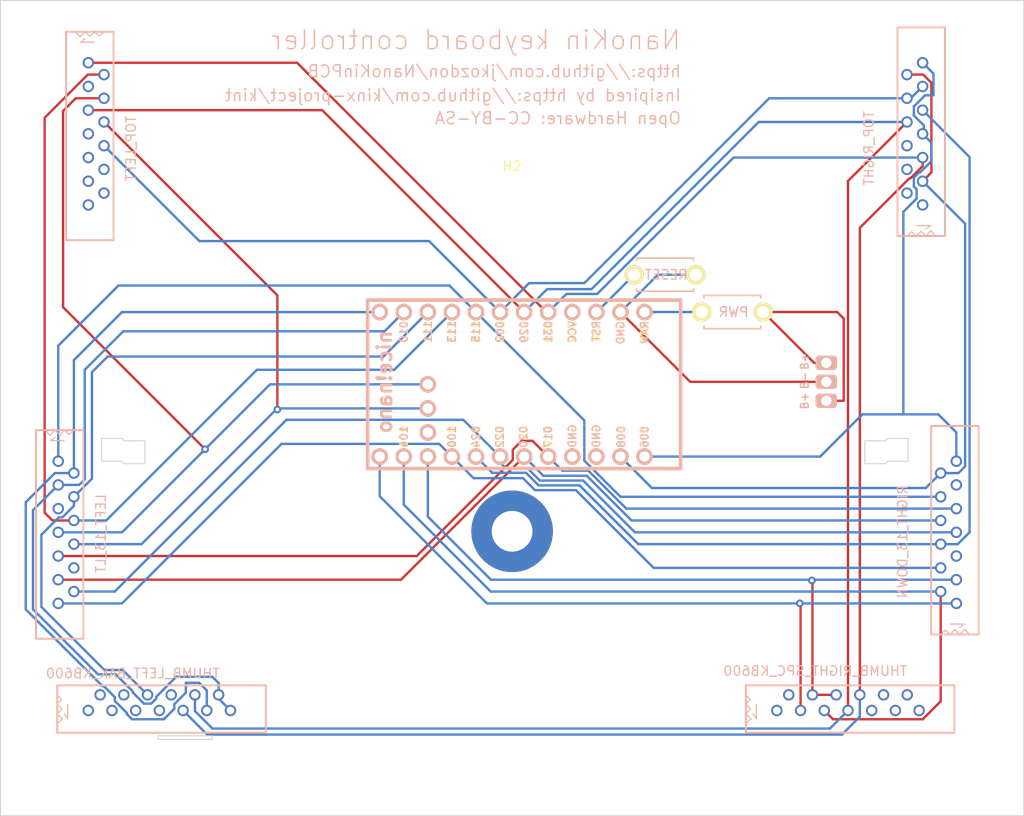
<source format=kicad_pcb>
(kicad_pcb (version 20211014) (generator pcbnew)
  (layers (0 "F.Cu" signal) (31 "B.Cu" power) (34 "B.Paste" user) (35 "F.Paste" user) (36 "B.SilkS" user "B.Silkscreen") (37 "F.SilkS" user "F.Silkscreen") (38 "B.Mask" user) (39 "F.Mask" user) (44 "Edge.Cuts" user))
  (net 0 "")
  (net 3 "/ROW_6")
  (net 4 "/ROW_7")
  (net 5 "/ROW_8")
  (net 6 "/ROW_9")
  (net 7 "/COL_6")
  (net 8 "/COL_5")
  (net 16 "/ROW_A")
  (net 17 "/ROW_B")
  (net 18 "/COL_7")
  (net 20 "/COL_4")
  (net 22 "/COL_3")
  (net 23 "/COL_2")
  (net 24 "/COL_1")
  (net 25 "/COL_0")
  (net 27 "/ROW_0")
  (net 30 "/ROW_5")
  (net 31 "/ROW_4")
  (net 32 "/ROW_3")
  (net 34 "/ROW_2")
  (net 35 "/ROW_1")
  (net 47 "GND")
  (net 48 "+3.3V")
  (net 55 "Net-(SW1-Pad2)")
  (net 57 "Net-(SW2-Pad1)")
  (footprint "kinx:ResetSW" (layer "F.Cu") (at 165.354 90.932)
    (fp_text reference "SW1" hide)
    (fp_text value "RESET" hide)
    (fp_text user "RESET" (at 0.127 0) (layer "B.SilkS") (effects (justify mirror)))
    (pad "1" thru_hole circle (at 3.25 0) (size 2 2) (drill 1.3) (layers *.Cu *.Mask "F.SilkS") (net 47 "GND"))
    (pad "2" thru_hole circle (at -3.25 0) (size 2 2) (drill 1.3) (layers *.Cu *.Mask "F.SilkS") (net 55 "Net-(SW1-Pad2)"))
  )
  (footprint "kinx:ResetSW" (layer "F.Cu") (at 172.466 94.869)
    (fp_text reference "SW2" hide)
    (fp_text value "PWR" hide)
    (fp_text user "PWR" (at 0.127 0) (layer "B.SilkS") (effects (justify mirror)))
    (pad "1" thru_hole circle (at 3.25 0) (size 2 2) (drill 1.3) (layers *.Cu *.Mask "F.SilkS") (net 57 "Net-(SW2-Pad1)"))
    (pad "2" thru_hole circle (at -3.25 0) (size 2 2) (drill 1.3) (layers *.Cu *.Mask "F.SilkS") (net 48 "+3.3V"))
  )
  (footprint "MountingHole:MountingHole_4.3mm_M4_Pad" (layer "F.Cu") (at 149.225 118.0036)
    (fp_text reference "H1" hide)
    (fp_text value "mounting pad" hide)
    (pad "1" thru_hole circle (at 0 0) (size 8.6 8.6) (drill 4.3) (layers *.Cu *.Mask) (net 47 "GND"))
  )
  (footprint "MountingHole:MountingHole_6mm" (layer "F.Cu") (at 149.225 86.487)
    (fp_text reference "H2" (at 0 -7) (layer "F.SilkS"))
    (fp_text value "mounting pad")
    (pad "" np_thru_hole circle (at 0 0) (size 6 6) (drill 6) (layers *.Cu *.Mask))
  )
  (footprint "kinx:bat" (layer "F.Cu") (at 182.372 102.235 90)
    (fp_text reference "J7" hide)
    (fp_text value "Conn_01x02" hide)
    (fp_text user "B+" (at 2.17 -2.286 90) (layer "B.SilkS") (effects (font (size 0.8 0.8))))
    (fp_text user "B-" (at 0.138 -2.286 90) (layer "B.SilkS") (effects (font (size 0.8 0.8))))
    (fp_text user "B+" (at -2 -2.286 90) (layer "B.SilkS") (effects (font (size 0.8 0.8))))
    (pad "1" thru_hole roundrect (at 2 0 90) (size 1.5 2.25) (drill 1.0922) (layers *.Cu *.SilkS *.Mask) (net 57 "Net-(SW2-Pad1)"))
    (pad "1" thru_hole roundrect (at -2 0 90) (size 1.5 2.25) (drill 1.0922) (layers *.Cu *.SilkS *.Mask) (net 57 "Net-(SW2-Pad1)"))
    (pad "2" thru_hole roundrect (at 0 0 90) (size 1.5 2.25) (drill 1.0922) (layers *.Cu *.SilkS *.Mask) (net 47 "GND"))
  )
  (footprint "kinx:39-53-2135" (layer "B.Cu") (at 184.658 136.906)
    (fp_text reference "J1" hide)
    (fp_text value "THUMB_RIGHT_SPC_KB600" (at 6.3206 -3.5814) (layer "B.SilkS") (effects (font (thickness 0.135128)) (justify left bottom mirror)))
    (pad "1" thru_hole circle (at -7.5 0) (size 1.2 1.2) (drill 0.8) (layers *.Cu *.Mask))
    (pad "2" thru_hole circle (at -6.25 -1.65) (size 1.2 1.2) (drill 0.8) (layers *.Cu *.Mask))
    (pad "3" thru_hole circle (at -5 0) (size 1.2 1.2) (drill 0.8) (layers *.Cu *.Mask) (net 3 "/ROW_6"))
    (pad "4" thru_hole circle (at -3.75 -1.65) (size 1.2 1.2) (drill 0.8) (layers *.Cu *.Mask) (net 4 "/ROW_7"))
    (pad "5" thru_hole circle (at -2.5 0) (size 1.2 1.2) (drill 0.8) (layers *.Cu *.Mask) (net 5 "/ROW_8"))
    (pad "6" thru_hole circle (at -1.25 -1.65) (size 1.2 1.2) (drill 0.8) (layers *.Cu *.Mask) (net 4 "/ROW_7"))
    (pad "7" thru_hole circle (at 0 0) (size 1.2 1.2) (drill 0.8) (layers *.Cu *.Mask) (net 7 "/COL_6"))
    (pad "8" thru_hole circle (at 1.25 -1.65) (size 1.2 1.2) (drill 0.8) (layers *.Cu *.Mask) (net 8 "/COL_5"))
    (pad "9" thru_hole circle (at 2.5 0) (size 1.2 1.2) (drill 0.8) (layers *.Cu *.Mask))
    (pad "10" thru_hole circle (at 3.75 -1.65) (size 1.2 1.2) (drill 0.8) (layers *.Cu *.Mask))
    (pad "11" thru_hole circle (at 5 0) (size 1.2 1.2) (drill 0.8) (layers *.Cu *.Mask))
    (pad "12" thru_hole circle (at 6.25 -1.65) (size 1.2 1.2) (drill 0.8) (layers *.Cu *.Mask))
    (pad "13" thru_hole circle (at 7.5 0) (size 1.2 1.2) (drill 0.8) (layers *.Cu *.Mask))
  )
  (footprint "Module:nice_nano" (layer "B.Cu") (at 149.225 102.5 180)
    (fp_text reference "U1" hide)
    (fp_text value "nice_nano" hide)
    (fp_text user "RST" (at -8.89 5.588 90) (layer "B.SilkS") (effects (font (size 0.8 0.8)) (justify mirror)))
    (fp_text user "nice!nano" (at 13.462 0.254 90) (layer "B.SilkS") (effects (font (size 1.5 1.5) (thickness 0.3)) (justify mirror)))
    (fp_text user "113" (at 6.35 5.537191 90) (layer "B.SilkS") (effects (font (size 0.8 0.8)) (justify mirror)))
    (fp_text user "031" (at -3.81 5.537191 90) (layer "B.SilkS") (effects (font (size 0.8 0.8)) (justify mirror)))
    (fp_text user "010" (at 11.43 5.537191 90) (layer "B.SilkS") (effects (font (size 0.8 0.8)) (justify mirror)))
    (fp_text user "100" (at 6.35 -5.53719 90) (layer "B.SilkS") (effects (font (size 0.8 0.8)) (justify mirror)))
    (fp_text user "024" (at 3.81 -5.53719 90) (layer "B.SilkS") (effects (font (size 0.8 0.8)) (justify mirror)))
    (fp_text user "GND" (at -11.43 5.454667 90) (layer "B.SilkS") (effects (font (size 0.8 0.8)) (justify mirror)))
    (fp_text user "GND" (at -8.89 -5.461 90) (layer "B.SilkS") (effects (font (size 0.8 0.8)) (justify mirror)))
    (fp_text user "GND" (at -6.35 -5.461 90) (layer "B.SilkS") (effects (font (size 0.8 0.8)) (justify mirror)))
    (fp_text user "022" (at 1.3 -5.53719 90) (layer "B.SilkS") (effects (font (size 0.8 0.8)) (justify mirror)))
    (fp_text user "002" (at 1.27 5.537191 90) (layer "B.SilkS") (effects (font (size 0.8 0.8)) (justify mirror)))
    (fp_text user "VCC" (at -6.35 5.537191 90) (layer "B.SilkS") (effects (font (size 0.8 0.8)) (justify mirror)))
    (fp_text user "029" (at -1.27 5.537191 90) (layer "B.SilkS") (effects (font (size 0.8 0.8)) (justify mirror)))
    (fp_text user "111" (at 8.89 5.537191 90) (layer "B.SilkS") (effects (font (size 0.8 0.8)) (justify mirror)))
    (fp_text user "115" (at 3.81 5.537191 90) (layer "B.SilkS") (effects (font (size 0.8 0.8)) (justify mirror)))
    (fp_text user "RAW" (at -13.97 5.473715 90) (layer "B.SilkS") (effects (font (size 0.8 0.8)) (justify mirror)))
    (fp_text user "020" (at -1.2 -5.53719 90) (layer "B.SilkS") (effects (font (size 0.8 0.8)) (justify mirror)))
    (fp_text user "006" (at -13.97 -5.53719 90) (layer "B.SilkS") (effects (font (size 0.8 0.8)) (justify mirror)))
    (fp_text user "008" (at -11.5 -5.53719 90) (layer "B.SilkS") (effects (font (size 0.8 0.8)) (justify mirror)))
    (fp_text user "017" (at -3.8 -5.53719 90) (layer "B.SilkS") (effects (font (size 0.8 0.8)) (justify mirror)))
    (fp_text user "104" (at 11.43 -5.53719 90) (layer "B.SilkS") (effects (font (size 0.8 0.8)) (justify mirror)))
    (fp_text user "113" (at 6.35 5.537191 90) (layer "F.SilkS") (effects (font (size 0.8 0.8))))
    (fp_text user "GND" (at -8.89 -5.461 90) (layer "F.SilkS") (effects (font (size 0.8 0.8))))
    (fp_text user "022" (at 1.3 -5.53719 90) (layer "F.SilkS") (effects (font (size 0.8 0.8))))
    (fp_text user "006" (at -13.97 -5.53719 90) (layer "F.SilkS") (effects (font (size 0.8 0.8))))
    (fp_text user "GND" (at -11.43 5.454667 90) (layer "F.SilkS") (effects (font (size 0.8 0.8))))
    (fp_text user "104" (at 11.43 -5.53719 90) (layer "F.SilkS") (effects (font (size 0.8 0.8))))
    (fp_text user "RST" (at -8.89 5.588 90) (layer "F.SilkS") (effects (font (size 0.8 0.8))))
    (fp_text user "100" (at 6.35 -5.53719 90) (layer "F.SilkS") (effects (font (size 0.8 0.8))))
    (fp_text user "024" (at 3.8 -5.53719 90) (layer "F.SilkS") (effects (font (size 0.8 0.8))))
    (fp_text user "VCC" (at -6.35 5.537191 90) (layer "F.SilkS") (effects (font (size 0.8 0.8))))
    (fp_text user "010" (at 11.43 5.537191 90) (layer "F.SilkS") (effects (font (size 0.8 0.8))))
    (fp_text user "RAW" (at -13.97 5.473715 90) (layer "F.SilkS") (effects (font (size 0.8 0.8))))
    (fp_text user "002" (at 1.27 5.537191 90) (layer "F.SilkS") (effects (font (size 0.8 0.8))))
    (fp_text user "029" (at -1.27 5.537191 90) (layer "F.SilkS") (effects (font (size 0.8 0.8))))
    (fp_text user "008" (at -11.5 -5.53719 90) (layer "F.SilkS") (effects (font (size 0.8 0.8))))
    (fp_text user "GND" (at -6.35 -5.461 90) (layer "F.SilkS") (effects (font (size 0.8 0.8))))
    (fp_text user "017" (at -3.81 -5.53719 90) (layer "F.SilkS") (effects (font (size 0.8 0.8))))
    (fp_text user "031" (at -3.81 5.537191 90) (layer "F.SilkS") (effects (font (size 0.8 0.8))))
    (fp_text user "111" (at 8.89 5.537191 90) (layer "F.SilkS") (effects (font (size 0.8 0.8))))
    (fp_text user "020" (at -1.2 -5.53719 90) (layer "F.SilkS") (effects (font (size 0.8 0.8))))
    (fp_text user "115" (at 3.81 5.537191 90) (layer "F.SilkS") (effects (font (size 0.8 0.8))))
    (pad "1" thru_hole circle (at -13.97 -7.62 180) (size 1.7526 1.7526) (drill 1.0922) (layers *.Cu *.SilkS *.Mask) (net 16 "/ROW_A"))
    (pad "2" thru_hole circle (at -11.43 -7.62 180) (size 1.7526 1.7526) (drill 1.0922) (layers *.Cu *.SilkS *.Mask) (net 6 "/ROW_9"))
    (pad "3" thru_hole circle (at -8.89 -7.62 180) (size 1.7526 1.7526) (drill 1.0922) (layers *.Cu *.SilkS *.Mask))
    (pad "4" thru_hole circle (at -6.35 -7.62 180) (size 1.7526 1.7526) (drill 1.0922) (layers *.Cu *.SilkS *.Mask))
    (pad "5" thru_hole circle (at -3.81 -7.62 180) (size 1.7526 1.7526) (drill 1.0922) (layers *.Cu *.SilkS *.Mask) (net 24 "/COL_1"))
    (pad "6" thru_hole circle (at -1.27 -7.62 180) (size 1.7526 1.7526) (drill 1.0922) (layers *.Cu *.SilkS *.Mask) (net 23 "/COL_2"))
    (pad "7" thru_hole circle (at 1.27 -7.62 180) (size 1.7526 1.7526) (drill 1.0922) (layers *.Cu *.SilkS *.Mask) (net 22 "/COL_3"))
    (pad "8" thru_hole circle (at 3.81 -7.62 180) (size 1.7526 1.7526) (drill 1.0922) (layers *.Cu *.SilkS *.Mask) (net 17 "/ROW_B"))
    (pad "9" thru_hole circle (at 6.35 -7.62 180) (size 1.7526 1.7526) (drill 1.0922) (layers *.Cu *.SilkS *.Mask) (net 20 "/COL_4"))
    (pad "10" thru_hole circle (at 8.89 -7.62 180) (size 1.7526 1.7526) (drill 1.0922) (layers *.Cu *.SilkS *.Mask) (net 4 "/ROW_7"))
    (pad "11" thru_hole circle (at 11.43 -7.62 180) (size 1.7526 1.7526) (drill 1.0922) (layers *.Cu *.SilkS *.Mask) (net 5 "/ROW_8"))
    (pad "12" thru_hole circle (at 13.97 -7.62 180) (size 1.7526 1.7526) (drill 1.0922) (layers *.Cu *.SilkS *.Mask) (net 3 "/ROW_6"))
    (pad "13" thru_hole circle (at 13.97 7.62 180) (size 1.7526 1.7526) (drill 1.0922) (layers *.Cu *.SilkS *.Mask) (net 30 "/ROW_5"))
    (pad "14" thru_hole circle (at 11.43 7.62 180) (size 1.7526 1.7526) (drill 1.0922) (layers *.Cu *.SilkS *.Mask) (net 31 "/ROW_4"))
    (pad "15" thru_hole circle (at 8.89 7.62 180) (size 1.7526 1.7526) (drill 1.0922) (layers *.Cu *.SilkS *.Mask) (net 32 "/ROW_3"))
    (pad "16" thru_hole circle (at 6.35 7.62 180) (size 1.7526 1.7526) (drill 1.0922) (layers *.Cu *.SilkS *.Mask) (net 34 "/ROW_2"))
    (pad "17" thru_hole circle (at 3.81 7.62 180) (size 1.7526 1.7526) (drill 1.0922) (layers *.Cu *.SilkS *.Mask) (net 25 "/COL_0"))
    (pad "18" thru_hole circle (at 1.27 7.62 180) (size 1.7526 1.7526) (drill 1.0922) (layers *.Cu *.SilkS *.Mask) (net 18 "/COL_7"))
    (pad "19" thru_hole circle (at -1.27 7.62 180) (size 1.7526 1.7526) (drill 1.0922) (layers *.Cu *.SilkS *.Mask) (net 7 "/COL_6"))
    (pad "20" thru_hole circle (at -3.81 7.62 180) (size 1.7526 1.7526) (drill 1.0922) (layers *.Cu *.SilkS *.Mask) (net 8 "/COL_5"))
    (pad "21" thru_hole circle (at -6.35 7.62 180) (size 1.7526 1.7526) (drill 1.0922) (layers *.Cu *.SilkS *.Mask))
    (pad "22" thru_hole circle (at -8.89 7.62 180) (size 1.7526 1.7526) (drill 1.0922) (layers *.Cu *.SilkS *.Mask) (net 55 "Net-(SW1-Pad2)"))
    (pad "23" thru_hole circle (at -11.43 7.62 180) (size 1.7526 1.7526) (drill 1.0922) (layers *.Cu *.SilkS *.Mask) (net 47 "GND"))
    (pad "24" thru_hole circle (at -13.97 7.62 180) (size 1.7526 1.7526) (drill 1.0922) (layers *.Cu *.SilkS *.Mask) (net 48 "+3.3V"))
    (pad "31" thru_hole circle (at 8.89 -5.08 180) (size 1.7526 1.7526) (drill 1.0922) (layers *.Cu *.SilkS *.Mask))
    (pad "32" thru_hole circle (at 8.89 -2.54 180) (size 1.7526 1.7526) (drill 1.0922) (layers *.Cu *.SilkS *.Mask) (net 27 "/ROW_0"))
    (pad "33" thru_hole circle (at 8.89 0 180) (size 1.7526 1.7526) (drill 1.0922) (layers *.Cu *.SilkS *.Mask) (net 35 "/ROW_1"))
  )
  (footprint "kinx:39-53-2135" (layer "B.Cu") (at 192.532 76.073 90)
    (fp_text reference "J2" hide)
    (fp_text value "TOP_RIGHT" (at 2.5 -5.08 90) (layer "B.SilkS") (effects (font (thickness 0.135128)) (justify left bottom mirror)))
    (pad "1" thru_hole circle (at -7.5 0 90) (size 1.2 1.2) (drill 0.8) (layers *.Cu *.Mask))
    (pad "2" thru_hole circle (at -6.25 -1.65 90) (size 1.2 1.2) (drill 0.8) (layers *.Cu *.Mask))
    (pad "3" thru_hole circle (at -5 0 90) (size 1.2 1.2) (drill 0.8) (layers *.Cu *.Mask) (net 6 "/ROW_9"))
    (pad "4" thru_hole circle (at -3.75 -1.65 90) (size 1.2 1.2) (drill 0.8) (layers *.Cu *.Mask))
    (pad "5" thru_hole circle (at -2.5 0 90) (size 1.2 1.2) (drill 0.8) (layers *.Cu *.Mask) (net 8 "/COL_5"))
    (pad "6" thru_hole circle (at -1.25 -1.65 90) (size 1.2 1.2) (drill 0.8) (layers *.Cu *.Mask))
    (pad "7" thru_hole circle (at 0 0 90) (size 1.2 1.2) (drill 0.8) (layers *.Cu *.Mask) (net 16 "/ROW_A"))
    (pad "8" thru_hole circle (at 1.25 -1.65 90) (size 1.2 1.2) (drill 0.8) (layers *.Cu *.Mask) (net 7 "/COL_6"))
    (pad "9" thru_hole circle (at 2.5 0 90) (size 1.2 1.2) (drill 0.8) (layers *.Cu *.Mask) (net 17 "/ROW_B"))
    (pad "10" thru_hole circle (at 3.75 -1.65 90) (size 1.2 1.2) (drill 0.8) (layers *.Cu *.Mask) (net 18 "/COL_7"))
    (pad "11" thru_hole circle (at 5 0 90) (size 1.2 1.2) (drill 0.8) (layers *.Cu *.Mask) (net 18 "/COL_7"))
    (pad "12" thru_hole circle (at 6.25 -1.65 90) (size 1.2 1.2) (drill 0.8) (layers *.Cu *.Mask) (net 6 "/ROW_9"))
    (pad "13" thru_hole circle (at 7.5 0 90) (size 1.2 1.2) (drill 0.8) (layers *.Cu *.Mask) (net 16 "/ROW_A"))
  )
  (footprint "kinx:39-53-2135" (layer "B.Cu") (at 101.346 118.11 -90)
    (fp_text reference "J5" hide)
    (fp_text value "LEFT_13_LT" (at 4.3913 -5.08 90) (layer "B.SilkS") (effects (font (thickness 0.135128)) (justify right bottom mirror)))
    (pad "1" thru_hole circle (at -7.5 0 270) (size 1.2 1.2) (drill 0.8) (layers *.Cu *.Mask) (net 25 "/COL_0"))
    (pad "2" thru_hole circle (at -6.25 -1.65 270) (size 1.2 1.2) (drill 0.8) (layers *.Cu *.Mask) (net 30 "/ROW_5"))
    (pad "3" thru_hole circle (at -5 0 270) (size 1.2 1.2) (drill 0.8) (layers *.Cu *.Mask) (net 31 "/ROW_4"))
    (pad "4" thru_hole circle (at -3.75 -1.65 270) (size 1.2 1.2) (drill 0.8) (layers *.Cu *.Mask) (net 32 "/ROW_3"))
    (pad "5" thru_hole circle (at -2.5 0 270) (size 1.2 1.2) (drill 0.8) (layers *.Cu *.Mask))
    (pad "6" thru_hole circle (at -1.25 -1.65 270) (size 1.2 1.2) (drill 0.8) (layers *.Cu *.Mask) (net 34 "/ROW_2"))
    (pad "7" thru_hole circle (at 0 0 270) (size 1.2 1.2) (drill 0.8) (layers *.Cu *.Mask) (net 35 "/ROW_1"))
    (pad "8" thru_hole circle (at 1.25 -1.65 270) (size 1.2 1.2) (drill 0.8) (layers *.Cu *.Mask) (net 27 "/ROW_0"))
    (pad "9" thru_hole circle (at 2.5 0 270) (size 1.2 1.2) (drill 0.8) (layers *.Cu *.Mask) (net 24 "/COL_1"))
    (pad "10" thru_hole circle (at 3.75 -1.65 270) (size 1.2 1.2) (drill 0.8) (layers *.Cu *.Mask))
    (pad "11" thru_hole circle (at 5 0 270) (size 1.2 1.2) (drill 0.8) (layers *.Cu *.Mask) (net 23 "/COL_2"))
    (pad "12" thru_hole circle (at 6.25 -1.65 270) (size 1.2 1.2) (drill 0.8) (layers *.Cu *.Mask) (net 22 "/COL_3"))
    (pad "13" thru_hole circle (at 7.5 0 270) (size 1.2 1.2) (drill 0.8) (layers *.Cu *.Mask) (net 20 "/COL_4"))
  )
  (footprint "kinx:39-53-2135" (layer "B.Cu") (at 112.014 136.906)
    (fp_text reference "J6" hide)
    (fp_text value "THUMB_LEFT_BAK_KB600" (at 6.4476 -3.3274) (layer "B.SilkS") (effects (font (thickness 0.135128)) (justify left bottom mirror)))
    (pad "1" thru_hole circle (at -7.5 0) (size 1.2 1.2) (drill 0.8) (layers *.Cu *.Mask))
    (pad "2" thru_hole circle (at -6.25 -1.65) (size 1.2 1.2) (drill 0.8) (layers *.Cu *.Mask))
    (pad "3" thru_hole circle (at -5 0) (size 1.2 1.2) (drill 0.8) (layers *.Cu *.Mask))
    (pad "4" thru_hole circle (at -3.75 -1.65) (size 1.2 1.2) (drill 0.8) (layers *.Cu *.Mask))
    (pad "5" thru_hole circle (at -2.5 0) (size 1.2 1.2) (drill 0.8) (layers *.Cu *.Mask))
    (pad "6" thru_hole circle (at -1.25 -1.65) (size 1.2 1.2) (drill 0.8) (layers *.Cu *.Mask) (net 32 "/ROW_3"))
    (pad "7" thru_hole circle (at 0 0) (size 1.2 1.2) (drill 0.8) (layers *.Cu *.Mask))
    (pad "8" thru_hole circle (at 1.25 -1.65) (size 1.2 1.2) (drill 0.8) (layers *.Cu *.Mask))
    (pad "9" thru_hole circle (at 2.5 0) (size 1.2 1.2) (drill 0.8) (layers *.Cu *.Mask) (net 8 "/COL_5"))
    (pad "10" thru_hole circle (at 3.75 -1.65) (size 1.2 1.2) (drill 0.8) (layers *.Cu *.Mask) (net 7 "/COL_6"))
    (pad "11" thru_hole circle (at 5 0) (size 1.2 1.2) (drill 0.8) (layers *.Cu *.Mask) (net 30 "/ROW_5"))
    (pad "12" thru_hole circle (at 6.25 -1.65) (size 1.2 1.2) (drill 0.8) (layers *.Cu *.Mask) (net 31 "/ROW_4"))
    (pad "13" thru_hole circle (at 7.5 0) (size 1.2 1.2) (drill 0.8) (layers *.Cu *.Mask) (net 31 "/ROW_4"))
  )
  (footprint "kinx:39-53-2135" (layer "B.Cu") (at 104.521 76.073 -90)
    (fp_text reference "J4" hide)
    (fp_text value "TOP_LEFT" (at 5.08 -5.08 90) (layer "B.SilkS") (effects (font (thickness 0.135128)) (justify right bottom mirror)))
    (pad "1" thru_hole circle (at -7.5 0 270) (size 1.2 1.2) (drill 0.8) (layers *.Cu *.Mask) (net 8 "/COL_5"))
    (pad "2" thru_hole circle (at -6.25 -1.65 270) (size 1.2 1.2) (drill 0.8) (layers *.Cu *.Mask) (net 34 "/ROW_2"))
    (pad "3" thru_hole circle (at -5 0 270) (size 1.2 1.2) (drill 0.8) (layers *.Cu *.Mask))
    (pad "4" thru_hole circle (at -3.75 -1.65 270) (size 1.2 1.2) (drill 0.8) (layers *.Cu *.Mask) (net 35 "/ROW_1"))
    (pad "5" thru_hole circle (at -2.5 0 270) (size 1.2 1.2) (drill 0.8) (layers *.Cu *.Mask) (net 7 "/COL_6"))
    (pad "6" thru_hole circle (at -1.25 -1.65 270) (size 1.2 1.2) (drill 0.8) (layers *.Cu *.Mask) (net 27 "/ROW_0"))
    (pad "7" thru_hole circle (at 0 0 270) (size 1.2 1.2) (drill 0.8) (layers *.Cu *.Mask))
    (pad "8" thru_hole circle (at 1.25 -1.65 270) (size 1.2 1.2) (drill 0.8) (layers *.Cu *.Mask) (net 18 "/COL_7"))
    (pad "9" thru_hole circle (at 2.5 0 270) (size 1.2 1.2) (drill 0.8) (layers *.Cu *.Mask))
    (pad "10" thru_hole circle (at 3.75 -1.65 270) (size 1.2 1.2) (drill 0.8) (layers *.Cu *.Mask))
    (pad "11" thru_hole circle (at 5 0 270) (size 1.2 1.2) (drill 0.8) (layers *.Cu *.Mask))
    (pad "12" thru_hole circle (at 6.25 -1.65 270) (size 1.2 1.2) (drill 0.8) (layers *.Cu *.Mask))
    (pad "13" thru_hole circle (at 7.5 0 270) (size 1.2 1.2) (drill 0.8) (layers *.Cu *.Mask))
  )
  (footprint "kinx:39-53-2135" (layer "B.Cu") (at 196.088 118.11 90)
    (fp_text reference "J3" hide)
    (fp_text value "RIGHT_13_DOWN" (at 5.08 -5.08 90) (layer "B.SilkS") (effects (font (thickness 0.135128)) (justify left bottom mirror)))
    (pad "1" thru_hole circle (at -7.5 0 90) (size 1.2 1.2) (drill 0.8) (layers *.Cu *.Mask) (net 3 "/ROW_6"))
    (pad "2" thru_hole circle (at -6.25 -1.65 90) (size 1.2 1.2) (drill 0.8) (layers *.Cu *.Mask) (net 5 "/ROW_8"))
    (pad "3" thru_hole circle (at -5 0 90) (size 1.2 1.2) (drill 0.8) (layers *.Cu *.Mask) (net 4 "/ROW_7"))
    (pad "4" thru_hole circle (at -3.75 -1.65 90) (size 1.2 1.2) (drill 0.8) (layers *.Cu *.Mask) (net 20 "/COL_4"))
    (pad "5" thru_hole circle (at -2.5 0 90) (size 1.2 1.2) (drill 0.8) (layers *.Cu *.Mask))
    (pad "6" thru_hole circle (at -1.25 -1.65 90) (size 1.2 1.2) (drill 0.8) (layers *.Cu *.Mask) (net 17 "/ROW_B"))
    (pad "7" thru_hole circle (at 0 0 90) (size 1.2 1.2) (drill 0.8) (layers *.Cu *.Mask) (net 22 "/COL_3"))
    (pad "8" thru_hole circle (at 1.25 -1.65 90) (size 1.2 1.2) (drill 0.8) (layers *.Cu *.Mask) (net 23 "/COL_2"))
    (pad "9" thru_hole circle (at 2.5 0 90) (size 1.2 1.2) (drill 0.8) (layers *.Cu *.Mask) (net 24 "/COL_1"))
    (pad "10" thru_hole circle (at 3.75 -1.65 90) (size 1.2 1.2) (drill 0.8) (layers *.Cu *.Mask) (net 25 "/COL_0"))
    (pad "11" thru_hole circle (at 5 0 90) (size 1.2 1.2) (drill 0.8) (layers *.Cu *.Mask))
    (pad "12" thru_hole circle (at 6.25 -1.65 90) (size 1.2 1.2) (drill 0.8) (layers *.Cu *.Mask) (net 6 "/ROW_9"))
    (pad "13" thru_hole circle (at 7.5 0 90) (size 1.2 1.2) (drill 0.8) (layers *.Cu *.Mask) (net 16 "/ROW_A"))
  )
  (gr_line (start 95.25 148.0036) (end 203.2 148.0036) (layer "Edge.Cuts") (width 0.1))
  (gr_line (start 95.25 62.0036) (end 203.2 62.0036) (layer "Edge.Cuts") (width 0.1))
  (gr_line (start 188.849 108.204) (end 191.008 108.204) (layer "Edge.Cuts") (width 0.1))
  (gr_line (start 191.008 110.617) (end 188.849 110.617) (layer "Edge.Cuts") (width 0.1))
  (gr_line (start 110.49 108.458) (end 110.49 110.871) (layer "Edge.Cuts") (width 0.1))
  (gr_rect (start 117.602 139.573) (end 111.887 139.954) (layer "Edge.Cuts") (width 0.1) (fill none))
  (gr_line (start 186.436 108.458) (end 186.436 110.871) (layer "Edge.Cuts") (width 0.1))
  (gr_line (start 108.077 108.204) (end 105.918 108.204) (layer "Edge.Cuts") (width 0.1))
  (gr_line (start 188.849 110.617) (end 188.595 110.871) (layer "Edge.Cuts") (width 0.1))
  (gr_line (start 108.077 108.204) (end 108.331 108.458) (layer "Edge.Cuts") (width 0.1))
  (gr_line (start 186.436 108.458) (end 188.595 108.458) (layer "Edge.Cuts") (width 0.1))
  (gr_line (start 110.49 110.871) (end 108.331 110.871) (layer "Edge.Cuts") (width 0.1))
  (gr_line (start 110.49 108.458) (end 108.331 108.458) (layer "Edge.Cuts") (width 0.1))
  (gr_line (start 95.25 62.0036) (end 95.25 148.0036) (layer "Edge.Cuts") (width 0.1))
  (gr_line (start 203.2 62.0036) (end 203.2 148.0036) (layer "Edge.Cuts") (width 0.1))
  (gr_line (start 105.918 110.617) (end 108.077 110.617) (layer "Edge.Cuts") (width 0.1))
  (gr_line (start 188.849 108.204) (end 188.595 108.458) (layer "Edge.Cuts") (width 0.1))
  (gr_line (start 108.077 110.617) (end 108.331 110.871) (layer "Edge.Cuts") (width 0.1))
  (gr_line (start 186.436 110.871) (end 188.595 110.871) (layer "Edge.Cuts") (width 0.1))
  (gr_line (start 105.918 108.204) (end 105.918 110.617) (layer "Edge.Cuts") (width 0.1))
  (gr_line (start 191.008 108.204) (end 191.008 110.617) (layer "Edge.Cuts") (width 0.1))
  (gr_text "NanoKin keyboard controller" (at 167.132 66.167) (layer "B.SilkS") (effects (font (size 2 2)) (justify left mirror)))
  (gr_text "Insipired by https://github.com/kinx-project/kint" (at 167.132 72.009) (layer "B.SilkS") (effects (font (size 1.25 1.25)) (justify left mirror)))
  (gr_text "https://github.com/jkozdon/NanoKinPCB" (at 167.132 69.469) (layer "B.SilkS") (effects (font (size 1.25 1.25)) (justify left mirror)))
  (gr_text "Open Hardware: CC-BY-SA" (at 167.132 74.422) (layer "B.SilkS") (effects (font (size 1.25 1.25)) (justify left mirror)))
  (segment (start 179.658 125.683) (end 179.578 125.603) (width 0.25) (layer "F.Cu") (net 3))
  (segment (start 179.658 136.906) (end 179.658 125.683) (width 0.25) (layer "F.Cu") (net 3))
  (via (at 179.578 125.603) (size 0.8) (drill 0.4) (layers "F.Cu" "B.Cu") (net 3))
  (segment (start 146.565 125.61) (end 196.088 125.61) (width 0.25) (layer "B.Cu") (net 3))
  (segment (start 135.255 114.3) (end 146.565 125.61) (width 0.25) (layer "B.Cu") (net 3))
  (segment (start 135.255 114.3) (end 135.255 110.12) (width 0.25) (layer "B.Cu") (net 3))
  (segment (start 180.908 123.25) (end 180.848 123.19) (width 0.25) (layer "F.Cu") (net 4))
  (segment (start 180.908 135.256) (end 180.908 123.25) (width 0.25) (layer "F.Cu") (net 4))
  (segment (start 183.408 135.256) (end 180.908 135.256) (width 0.25) (layer "F.Cu") (net 4))
  (via (at 180.848 123.19) (size 0.8) (drill 0.4) (layers "F.Cu" "B.Cu") (net 4))
  (segment (start 140.335 116.459) (end 140.335 110.12) (width 0.25) (layer "B.Cu") (net 4))
  (segment (start 146.986 123.11) (end 196.088 123.11) (width 0.25) (layer "B.Cu") (net 4))
  (segment (start 140.335 116.459) (end 146.986 123.11) (width 0.25) (layer "B.Cu") (net 4))
  (segment (start 183.083 137.831) (end 192.541148 137.831) (width 0.25) (layer "F.Cu") (net 5))
  (segment (start 194.438 135.934148) (end 194.438 124.36) (width 0.25) (layer "F.Cu") (net 5))
  (segment (start 182.158 136.906) (end 183.083 137.831) (width 0.25) (layer "F.Cu") (net 5))
  (segment (start 192.541148 137.831) (end 194.438 135.934148) (width 0.25) (layer "F.Cu") (net 5))
  (segment (start 194.438 124.36) (end 146.966 124.36) (width 0.25) (layer "B.Cu") (net 5))
  (segment (start 146.966 124.36) (end 137.795 115.189) (width 0.25) (layer "B.Cu") (net 5))
  (segment (start 137.795 110.12) (end 137.795 115.189) (width 0.25) (layer "B.Cu") (net 5))
  (segment (start 192.590148 69.823) (end 193.457 70.689852) (width 0.25) (layer "F.Cu") (net 6))
  (segment (start 190.882 69.823) (end 192.590148 69.823) (width 0.25) (layer "F.Cu") (net 6))
  (segment (start 193.457 80.148) (end 192.532 81.073) (width 0.25) (layer "F.Cu") (net 6))
  (segment (start 193.457 70.689852) (end 193.457 80.148) (width 0.25) (layer "F.Cu") (net 6))
  (segment (start 194.438 111.86) (end 196.314 111.86) (width 0.25) (layer "B.Cu") (net 6))
  (segment (start 192.863 113.435) (end 194.438 111.86) (width 0.25) (layer "B.Cu") (net 6))
  (segment (start 197.013 85.554) (end 197.013 111.161) (width 0.25) (layer "B.Cu") (net 6))
  (segment (start 163.97 113.435) (end 192.863 113.435) (width 0.25) (layer "B.Cu") (net 6))
  (segment (start 192.532 81.073) (end 197.013 85.554) (width 0.25) (layer "B.Cu") (net 6))
  (segment (start 196.314 111.86) (end 197.013 111.161) (width 0.25) (layer "B.Cu") (net 6))
  (segment (start 160.655 110.12) (end 163.97 113.435) (width 0.25) (layer "B.Cu") (net 6))
  (segment (start 129.188 73.573) (end 150.495 94.88) (width 0.25) (layer "F.Cu") (net 7))
  (segment (start 184.658 81.047) (end 190.882 74.823) (width 0.25) (layer "F.Cu") (net 7))
  (segment (start 104.521 73.573) (end 129.188 73.573) (width 0.25) (layer "F.Cu") (net 7))
  (segment (start 184.658 136.906) (end 184.658 81.047) (width 0.25) (layer "F.Cu") (net 7))
  (segment (start 117.610852 138.811) (end 115.764 136.964148) (width 0.25) (layer "B.Cu") (net 7))
  (segment (start 184.658 136.906) (end 182.753 138.811) (width 0.25) (layer "B.Cu") (net 7))
  (segment (start 182.753 138.811) (end 117.610852 138.811) (width 0.25) (layer "B.Cu") (net 7))
  (segment (start 152.919 92.456) (end 157.607 92.456) (width 0.25) (layer "B.Cu") (net 7))
  (segment (start 150.495 94.88) (end 152.919 92.456) (width 0.25) (layer "B.Cu") (net 7))
  (segment (start 175.24 74.823) (end 190.882 74.823) (width 0.25) (layer "B.Cu") (net 7))
  (segment (start 157.607 92.456) (end 175.24 74.823) (width 0.25) (layer "B.Cu") (net 7))
  (segment (start 115.764 136.964148) (end 115.764 135.256) (width 0.25) (layer "B.Cu") (net 7))
  (segment (start 192.532 79.481148) (end 192.532 78.573) (width 0.25) (layer "F.Cu") (net 8))
  (segment (start 152.845027 94.88) (end 153.035 94.88) (width 0.25) (layer "F.Cu") (net 8))
  (segment (start 104.521 68.573) (end 126.538028 68.573) (width 0.25) (layer "F.Cu") (net 8))
  (segment (start 185.908 135.256) (end 185.908 85.988852) (width 0.25) (layer "F.Cu") (net 8))
  (segment (start 191.241148 80.772) (end 192.532 79.481148) (width 0.25) (layer "F.Cu") (net 8))
  (segment (start 191.124852 80.772) (end 191.241148 80.772) (width 0.25) (layer "F.Cu") (net 8))
  (segment (start 185.908 85.988852) (end 191.124852 80.772) (width 0.25) (layer "F.Cu") (net 8))
  (segment (start 129.947514 71.982486) (end 152.845027 94.88) (width 0.25) (layer "F.Cu") (net 8))
  (segment (start 126.538028 68.573) (end 129.947514 71.982486) (width 0.25) (layer "F.Cu") (net 8))
  (segment (start 127.173027 69.208) (end 129.947514 71.982486) (width 0.25) (layer "F.Cu") (net 8))
  (segment (start 154.951 92.964) (end 158.198167 92.964) (width 0.25) (layer "B.Cu") (net 8))
  (segment (start 185.908 137.561) (end 185.908 135.256) (width 0.25) (layer "B.Cu") (net 8))
  (segment (start 184.021 139.448) (end 185.908 137.561) (width 0.25) (layer "B.Cu") (net 8))
  (segment (start 117.056 139.448) (end 184.021 139.448) (width 0.25) (layer "B.Cu") (net 8))
  (segment (start 153.035 94.88) (end 154.951 92.964) (width 0.25) (layer "B.Cu") (net 8))
  (segment (start 172.589167 78.573) (end 192.532 78.573) (width 0.25) (layer "B.Cu") (net 8))
  (segment (start 114.514 136.906) (end 117.056 139.448) (width 0.25) (layer "B.Cu") (net 8))
  (segment (start 158.198167 92.964) (end 172.589167 78.573) (width 0.25) (layer "B.Cu") (net 8))
  (segment (start 189.865 105.664) (end 186.182 105.664) (width 0.25) (layer "B.Cu") (net 16))
  (segment (start 193.675 72.009) (end 192.787852 72.009) (width 0.25) (layer "B.Cu") (net 16))
  (segment (start 193.675 69.716) (end 193.675 72.009) (width 0.25) (layer "B.Cu") (net 16))
  (segment (start 190.5 105.664) (end 189.865 105.664) (width 0.25) (layer "B.Cu") (net 16))
  (segment (start 194.183 105.664) (end 190.5 105.664) (width 0.25) (layer "B.Cu") (net 16))
  (segment (start 192.148852 80.148) (end 191.607 80.689852) (width 0.25) (layer "B.Cu") (net 16))
  (segment (start 191.607 73.189852) (end 191.607 74.132) (width 0.25) (layer "B.Cu") (net 16))
  (segment (start 194.183 105.664) (end 196.088 107.569) (width 0.25) (layer "B.Cu") (net 16))
  (segment (start 192.267 80.148) (end 192.148852 80.148) (width 0.25) (layer "B.Cu") (net 16))
  (segment (start 193.457 76.998) (end 193.457 78.958) (width 0.25) (layer "B.Cu") (net 16))
  (segment (start 192.787852 72.009) (end 191.607 73.189852) (width 0.25) (layer "B.Cu") (net 16))
  (segment (start 191.607 74.132) (end 192.659 75.184) (width 0.25) (layer "B.Cu") (net 16))
  (segment (start 196.088 107.569) (end 196.088 110.61) (width 0.25) (layer "B.Cu") (net 16))
  (segment (start 192.659 75.946) (end 192.532 76.073) (width 0.25) (layer "B.Cu") (net 16))
  (segment (start 191.897 82.899852) (end 190.5 84.296852) (width 0.25) (layer "B.Cu") (net 16))
  (segment (start 192.659 75.184) (end 192.659 75.946) (width 0.25) (layer "B.Cu") (net 16))
  (segment (start 191.607 81.625) (end 191.897 81.915) (width 0.25) (layer "B.Cu") (net 16))
  (segment (start 193.457 78.958) (end 192.267 80.148) (width 0.25) (layer "B.Cu") (net 16))
  (segment (start 191.897 81.915) (end 191.897 82.899852) (width 0.25) (layer "B.Cu") (net 16))
  (segment (start 192.532 68.573) (end 193.675 69.716) (width 0.25) (layer "B.Cu") (net 16))
  (segment (start 190.5 84.296852) (end 190.5 105.664) (width 0.25) (layer "B.Cu") (net 16))
  (segment (start 181.726 110.12) (end 163.195 110.12) (width 0.25) (layer "B.Cu") (net 16))
  (segment (start 192.532 76.073) (end 193.457 76.998) (width 0.25) (layer "B.Cu") (net 16))
  (segment (start 186.182 105.664) (end 181.726 110.12) (width 0.25) (layer "B.Cu") (net 16))
  (segment (start 191.607 80.689852) (end 191.607 81.625) (width 0.25) (layer "B.Cu") (net 16))
  (segment (start 162.54 119.36) (end 156.337 113.157) (width 0.25) (layer "B.Cu") (net 17))
  (segment (start 197.485 118.11) (end 197.485 78.526) (width 0.25) (layer "B.Cu") (net 17))
  (segment (start 152.017604 113.157) (end 156.337 113.157) (width 0.25) (layer "B.Cu") (net 17))
  (segment (start 150.689604 111.829) (end 152.017604 113.157) (width 0.25) (layer "B.Cu") (net 17))
  (segment (start 197.485 78.526) (end 192.532 73.573) (width 0.25) (layer "B.Cu") (net 17))
  (segment (start 194.438 119.36) (end 162.54 119.36) (width 0.25) (layer "B.Cu") (net 17))
  (segment (start 194.438 119.36) (end 196.235 119.36) (width 0.25) (layer "B.Cu") (net 17))
  (segment (start 147.124 111.829) (end 150.689604 111.829) (width 0.25) (layer "B.Cu") (net 17))
  (segment (start 196.235 119.36) (end 197.485 118.11) (width 0.25) (layer "B.Cu") (net 17))
  (segment (start 145.415 110.12) (end 147.124 111.829) (width 0.25) (layer "B.Cu") (net 17))
  (segment (start 116.235 87.387) (end 116.321 87.387) (width 0.25) (layer "B.Cu") (net 18))
  (segment (start 191.282 72.323) (end 192.532 71.073) (width 0.25) (layer "B.Cu") (net 18))
  (segment (start 106.171 77.323) (end 116.235 87.387) (width 0.25) (layer "B.Cu") (net 18))
  (segment (start 147.955 94.88) (end 140.462 87.387) (width 0.25) (layer "B.Cu") (net 18))
  (segment (start 151.014 91.821) (end 156.845 91.821) (width 0.25) (layer "B.Cu") (net 18))
  (segment (start 156.845 91.821) (end 176.343 72.323) (width 0.25) (layer "B.Cu") (net 18))
  (segment (start 176.343 72.323) (end 190.882 72.323) (width 0.25) (layer "B.Cu") (net 18))
  (segment (start 190.882 72.323) (end 191.282 72.323) (width 0.25) (layer "B.Cu") (net 18))
  (segment (start 147.955 94.88) (end 151.014 91.821) (width 0.25) (layer "B.Cu") (net 18))
  (segment (start 140.462 87.387) (end 116.321 87.387) (width 0.25) (layer "B.Cu") (net 18))
  (segment (start 108.07 125.61) (end 124.8987 108.7813) (width 0.25) (layer "B.Cu") (net 20))
  (segment (start 150.368 112.395) (end 151.638 113.665) (width 0.25) (layer "B.Cu") (net 20))
  (segment (start 124.8987 108.7813) (end 141.5363 108.7813) (width 0.25) (layer "B.Cu") (net 20))
  (segment (start 142.875 110.12) (end 145.15 112.395) (width 0.25) (layer "B.Cu") (net 20))
  (segment (start 145.15 112.395) (end 150.368 112.395) (width 0.25) (layer "B.Cu") (net 20))
  (segment (start 164.151 121.86) (end 194.438 121.86) (width 0.25) (layer "B.Cu") (net 20))
  (segment (start 155.956 113.665) (end 164.151 121.86) (width 0.25) (layer "B.Cu") (net 20))
  (segment (start 108.07 125.61) (end 101.346 125.61) (width 0.25) (layer "B.Cu") (net 20))
  (segment (start 141.5363 108.7813) (end 142.875 110.12) (width 0.25) (layer "B.Cu") (net 20))
  (segment (start 151.638 113.665) (end 155.956 113.665) (width 0.25) (layer "B.Cu") (net 20))
  (segment (start 162.179 118.11) (end 196.088 118.11) (width 0.25) (layer "B.Cu") (net 22))
  (segment (start 148.59 111.379) (end 147.955 110.744) (width 0.25) (layer "B.Cu") (net 22))
  (segment (start 107.2996 124.36) (end 102.996 124.36) (width 0.25) (layer "B.Cu") (net 22))
  (segment (start 144.0763 106.2413) (end 125.4183 106.2413) (width 0.25) (layer "B.Cu") (net 22))
  (segment (start 156.718 112.649) (end 162.179 118.11) (width 0.25) (layer "B.Cu") (net 22))
  (segment (start 152.146 112.649) (end 150.876 111.379) (width 0.25) (layer "B.Cu") (net 22))
  (segment (start 156.718 112.649) (end 152.146 112.649) (width 0.25) (layer "B.Cu") (net 22))
  (segment (start 147.955 110.744) (end 147.955 110.12) (width 0.25) (layer "B.Cu") (net 22))
  (segment (start 150.876 111.379) (end 148.59 111.379) (width 0.25) (layer "B.Cu") (net 22))
  (segment (start 147.955 110.12) (end 144.0763 106.2413) (width 0.25) (layer "B.Cu") (net 22))
  (segment (start 125.4183 106.2413) (end 107.2996 124.36) (width 0.25) (layer "B.Cu") (net 22))
  (segment (start 137.505 123.11) (end 150.495 110.12) (width 0.25) (layer "F.Cu") (net 23))
  (segment (start 100.838 123.11) (end 137.505 123.11) (width 0.25) (layer "F.Cu") (net 23))
  (segment (start 150.495 110.12) (end 152.516 112.141) (width 0.25) (layer "B.Cu") (net 23))
  (segment (start 194.438 116.86) (end 161.818 116.86) (width 0.25) (layer "B.Cu") (net 23))
  (segment (start 161.818 116.86) (end 157.099 112.141) (width 0.25) (layer "B.Cu") (net 23))
  (segment (start 152.516 112.141) (end 157.099 112.141) (width 0.25) (layer "B.Cu") (net 23))
  (segment (start 139.163895 120.61) (end 149.2937 110.480195) (width 0.25) (layer "F.Cu") (net 24))
  (segment (start 150.241 108.458) (end 151.373 108.458) (width 0.25) (layer "F.Cu") (net 24))
  (segment (start 149.2937 109.4053) (end 150.241 108.458) (width 0.25) (layer "F.Cu") (net 24))
  (segment (start 151.373 108.458) (end 153.035 110.12) (width 0.25) (layer "F.Cu") (net 24))
  (segment (start 149.2937 110.480195) (end 149.2937 109.4053) (width 0.25) (layer "F.Cu") (net 24))
  (segment (start 100.838 120.61) (end 139.163895 120.61) (width 0.25) (layer "F.Cu") (net 24))
  (segment (start 153.035 110.12) (end 154.514646 111.599646) (width 0.25) (layer "B.Cu") (net 24))
  (segment (start 154.514646 111.599646) (end 157.259355 111.599646) (width 0.25) (layer "B.Cu") (net 24))
  (segment (start 161.269709 115.61) (end 196.088 115.61) (width 0.25) (layer "B.Cu") (net 24))
  (segment (start 157.259355 111.599646) (end 161.269709 115.61) (width 0.25) (layer "B.Cu") (net 24))
  (segment (start 101.346 110.61) (end 101.346 98.425) (width 0.25) (layer "B.Cu") (net 25))
  (segment (start 156.845 106.31) (end 156.845 110.548895) (width 0.25) (layer "B.Cu") (net 25))
  (segment (start 142.61 92.075) (end 107.696 92.075) (width 0.25) (layer "B.Cu") (net 25))
  (segment (start 160.656105 114.36) (end 194.438 114.36) (width 0.25) (layer "B.Cu") (net 25))
  (segment (start 145.415 94.88) (end 156.845 106.31) (width 0.25) (layer "B.Cu") (net 25))
  (segment (start 145.415 94.88) (end 142.61 92.075) (width 0.25) (layer "B.Cu") (net 25))
  (segment (start 156.845 110.548895) (end 160.656105 114.36) (width 0.25) (layer "B.Cu") (net 25))
  (segment (start 107.696 92.075) (end 101.346 98.425) (width 0.25) (layer "B.Cu") (net 25))
  (segment (start 106.171 74.823) (end 124.46 93.112) (width 0.25) (layer "F.Cu") (net 27))
  (segment (start 124.46 93.112) (end 124.46 105.156) (width 0.25) (layer "F.Cu") (net 27))
  (via (at 124.46 105.156) (size 0.8) (drill 0.4) (layers "F.Cu" "B.Cu") (net 27))
  (segment (start 140.335 105.04) (end 124.449 105.04) (width 0.25) (layer "B.Cu") (net 27))
  (segment (start 110.129 119.36) (end 102.996 119.36) (width 0.25) (layer "B.Cu") (net 27))
  (segment (start 124.449 105.04) (end 110.129 119.36) (width 0.25) (layer "B.Cu") (net 27))
  (segment (start 107.315 135.898852) (end 108.585 137.168852) (width 0.25) (layer "B.Cu") (net 30))
  (segment (start 97.917 114.935) (end 97.917 126.238) (width 0.25) (layer "B.Cu") (net 30))
  (segment (start 108.585 137.168852) (end 108.585 137.285148) (width 0.25) (layer "B.Cu") (net 30))
  (segment (start 108.585 137.285148) (end 109.130852 137.831) (width 0.25) (layer "B.Cu") (net 30))
  (segment (start 100.992 111.86) (end 97.917 114.935) (width 0.25) (layer "B.Cu") (net 30))
  (segment (start 114.808 133.985) (end 116.205 133.985) (width 0.25) (layer "B.Cu") (net 30))
  (segment (start 112.486 137.831) (end 113.589 136.728) (width 0.25) (layer "B.Cu") (net 30))
  (segment (start 107.315 135.498852) (end 107.315 135.898852) (width 0.25) (layer "B.Cu") (net 30))
  (segment (start 97.917 126.238) (end 106.01 134.331) (width 0.25) (layer "B.Cu") (net 30))
  (segment (start 106.147148 134.331) (end 107.315 135.498852) (width 0.25) (layer "B.Cu") (net 30))
  (segment (start 102.996 99.95) (end 103.124 99.822) (width 0.25) (layer "B.Cu") (net 30))
  (segment (start 103.124 99.822) (end 108.066 94.88) (width 0.25) (layer "B.Cu") (net 30))
  (segment (start 113.589 136.239148) (end 114.808 135.020148) (width 0.25) (layer "B.Cu") (net 30))
  (segment (start 117.014 134.794) (end 117.014 136.906) (width 0.25) (layer "B.Cu") (net 30))
  (segment (start 114.808 135.020148) (end 114.808 133.985) (width 0.25) (layer "B.Cu") (net 30))
  (segment (start 102.996 111.86) (end 102.996 99.95) (width 0.25) (layer "B.Cu") (net 30))
  (segment (start 113.589 136.728) (end 113.589 136.239148) (width 0.25) (layer "B.Cu") (net 30))
  (segment (start 108.066 94.88) (end 135.255 94.88) (width 0.25) (layer "B.Cu") (net 30))
  (segment (start 116.205 133.985) (end 117.014 134.794) (width 0.25) (layer "B.Cu") (net 30))
  (segment (start 102.996 111.86) (end 100.992 111.86) (width 0.25) (layer "B.Cu") (net 30))
  (segment (start 109.130852 137.831) (end 112.486 137.831) (width 0.25) (layer "B.Cu") (net 30))
  (segment (start 106.01 134.331) (end 106.147148 134.331) (width 0.25) (layer "B.Cu") (net 30))
  (segment (start 111.689 135.639148) (end 111.689 135.453) (width 0.25) (layer "B.Cu") (net 31))
  (segment (start 104.14 100.965) (end 108.204 96.901) (width 0.25) (layer "B.Cu") (net 31))
  (segment (start 118.264 135.256) (end 118.264 135.656) (width 0.25) (layer "B.Cu") (net 31))
  (segment (start 108.204 96.901) (end 135.774 96.901) (width 0.25) (layer "B.Cu") (net 31))
  (segment (start 113.792 133.35) (end 117.602 133.35) (width 0.25) (layer "B.Cu") (net 31))
  (segment (start 98.679 126.238) (end 105.537 133.096) (width 0.25) (layer "B.Cu") (net 31))
  (segment (start 105.537 133.096) (end 107.412148 133.096) (width 0.25) (layer "B.Cu") (net 31))
  (segment (start 103.552 113.11) (end 104.14 112.522) (width 0.25) (layer "B.Cu") (net 31))
  (segment (start 104.14 112.522) (end 104.14 100.965) (width 0.25) (layer "B.Cu") (net 31))
  (segment (start 111.147148 136.181) (end 111.689 135.639148) (width 0.25) (layer "B.Cu") (net 31))
  (segment (start 135.774 96.901) (end 137.795 94.88) (width 0.25) (layer "B.Cu") (net 31))
  (segment (start 98.679 115.777) (end 98.679 126.238) (width 0.25) (layer "B.Cu") (net 31))
  (segment (start 118.264 134.012) (end 118.264 135.256) (width 0.25) (layer "B.Cu") (net 31))
  (segment (start 118.264 135.656) (end 119.514 136.906) (width 0.25) (layer "B.Cu") (net 31))
  (segment (start 111.689 135.453) (end 113.792 133.35) (width 0.25) (layer "B.Cu") (net 31))
  (segment (start 101.346 113.11) (end 103.552 113.11) (width 0.25) (layer "B.Cu") (net 31))
  (segment (start 101.346 113.11) (end 98.679 115.777) (width 0.25) (layer "B.Cu") (net 31))
  (segment (start 110.380852 136.181) (end 111.147148 136.181) (width 0.25) (layer "B.Cu") (net 31))
  (segment (start 109.22 134.903852) (end 109.22 135.020148) (width 0.25) (layer "B.Cu") (net 31))
  (segment (start 107.412148 133.096) (end 109.22 134.903852) (width 0.25) (layer "B.Cu") (net 31))
  (segment (start 117.602 133.35) (end 118.264 134.012) (width 0.25) (layer "B.Cu") (net 31))
  (segment (start 109.22 135.020148) (end 110.380852 136.181) (width 0.25) (layer "B.Cu") (net 31))
  (segment (start 104.902 101.219) (end 104.902 112.454) (width 0.25) (layer "B.Cu") (net 32))
  (segment (start 106.2214 132.6374) (end 108.1454 132.6374) (width 0.25) (layer "B.Cu") (net 32))
  (segment (start 101.397 116.535) (end 101.778 116.535) (width 0.25) (layer "B.Cu") (net 32))
  (segment (start 102.996 115.317) (end 102.996 114.36) (width 0.25) (layer "B.Cu") (net 32))
  (segment (start 140.335 94.88) (end 135.647 99.568) (width 0.25) (layer "B.Cu") (net 32))
  (segment (start 99.568 118.364) (end 101.397 116.535) (width 0.25) (layer "B.Cu") (net 32))
  (segment (start 106.553 99.568) (end 104.902 101.219) (width 0.25) (layer "B.Cu") (net 32))
  (segment (start 99.568 125.984) (end 99.568 118.364) (width 0.25) (layer "B.Cu") (net 32))
  (segment (start 101.778 116.535) (end 102.996 115.317) (width 0.25) (layer "B.Cu") (net 32))
  (segment (start 108.1454 132.6374) (end 110.764 135.256) (width 0.25) (layer "B.Cu") (net 32))
  (segment (start 135.647 99.568) (end 106.553 99.568) (width 0.25) (layer "B.Cu") (net 32))
  (segment (start 106.2214 132.6374) (end 99.568 125.984) (width 0.25) (layer "B.Cu") (net 32))
  (segment (start 104.902 112.454) (end 102.996 114.36) (width 0.25) (layer "B.Cu") (net 32))
  (segment (start 99.913 116.042) (end 100.731 116.86) (width 0.25) (layer "F.Cu") (net 34))
  (segment (start 106.171 69.823) (end 104.462852 69.823) (width 0.25) (layer "F.Cu") (net 34))
  (segment (start 99.913 74.458) (end 99.913 116.042) (width 0.25) (layer "F.Cu") (net 34))
  (segment (start 100.731 116.86) (end 102.488 116.86) (width 0.25) (layer "F.Cu") (net 34))
  (segment (start 99.913 74.372852) (end 99.913 74.458) (width 0.25) (layer "F.Cu") (net 34))
  (segment (start 104.462852 69.823) (end 99.913 74.372852) (width 0.25) (layer "F.Cu") (net 34))
  (segment (start 142.875 94.88) (end 136.79 100.965) (width 0.25) (layer "B.Cu") (net 34))
  (segment (start 102.996 116.86) (end 106.406 116.86) (width 0.25) (layer "B.Cu") (net 34))
  (segment (start 122.301 100.965) (end 106.406 116.86) (width 0.25) (layer "B.Cu") (net 34))
  (segment (start 136.79 100.965) (end 122.301 100.965) (width 0.25) (layer "B.Cu") (net 34))
  (segment (start 101.854 94.361) (end 116.84 109.347) (width 0.25) (layer "F.Cu") (net 35))
  (segment (start 101.854 73.66) (end 101.854 94.361) (width 0.25) (layer "F.Cu") (net 35))
  (segment (start 106.171 72.323) (end 103.191 72.323) (width 0.25) (layer "F.Cu") (net 35))
  (segment (start 103.191 72.323) (end 101.854 73.66) (width 0.25) (layer "F.Cu") (net 35))
  (via (at 116.84 109.347) (size 0.8) (drill 0.4) (layers "F.Cu" "B.Cu") (net 35))
  (segment (start 108.077 118.11) (end 101.346 118.11) (width 0.25) (layer "B.Cu") (net 35))
  (segment (start 108.077 118.11) (end 123.687 102.5) (width 0.25) (layer "B.Cu") (net 35))
  (segment (start 123.687 102.5) (end 140.335 102.5) (width 0.25) (layer "B.Cu") (net 35))
  (segment (start 182.372 102.235) (end 168.01 102.235) (width 0.25) (layer "F.Cu") (net 47))
  (segment (start 168.01 102.235) (end 160.655 94.88) (width 0.25) (layer "F.Cu") (net 47))
  (segment (start 164.603 90.932) (end 160.655 94.88) (width 0.25) (layer "B.Cu") (net 47))
  (segment (start 168.604 90.932) (end 164.603 90.932) (width 0.25) (layer "B.Cu") (net 47))
  (segment (start 163.206 94.869) (end 163.195 94.88) (width 0.25) (layer "B.Cu") (net 48))
  (segment (start 169.216 94.869) (end 163.206 94.869) (width 0.25) (layer "B.Cu") (net 48))
  (segment (start 158.156 94.88) (end 158.115 94.88) (width 0.25) (layer "B.Cu") (net 55))
  (segment (start 162.104 90.932) (end 158.156 94.88) (width 0.25) (layer "B.Cu") (net 55))
  (segment (start 181.082 100.235) (end 175.716 94.869) (width 0.25) (layer "F.Cu") (net 57))
  (segment (start 182.372 100.235) (end 181.082 100.235) (width 0.25) (layer "F.Cu") (net 57))
  (segment (start 184.182 104.235) (end 184.208 104.209) (width 0.25) (layer "F.Cu") (net 57))
  (segment (start 184.208 95.562) (end 183.515 94.869) (width 0.25) (layer "F.Cu") (net 57))
  (segment (start 182.372 104.235) (end 184.182 104.235) (width 0.25) (layer "F.Cu") (net 57))
  (segment (start 183.515 94.869) (end 175.716 94.869) (width 0.25) (layer "F.Cu") (net 57))
  (segment (start 184.208 104.209) (end 184.208 95.562) (width 0.25) (layer "F.Cu") (net 57))
)
</source>
